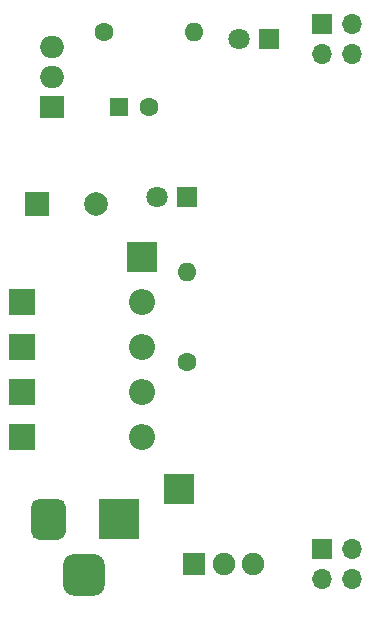
<source format=gbr>
%TF.GenerationSoftware,KiCad,Pcbnew,(5.1.10)-1*%
%TF.CreationDate,2021-09-08T17:33:34-04:00*%
%TF.ProjectId,BreadboardPowerSupplyLee,42726561-6462-46f6-9172-64506f776572,0.0.1*%
%TF.SameCoordinates,Original*%
%TF.FileFunction,Soldermask,Top*%
%TF.FilePolarity,Negative*%
%FSLAX46Y46*%
G04 Gerber Fmt 4.6, Leading zero omitted, Abs format (unit mm)*
G04 Created by KiCad (PCBNEW (5.1.10)-1) date 2021-09-08 17:33:34*
%MOMM*%
%LPD*%
G01*
G04 APERTURE LIST*
%ADD10C,2.000000*%
%ADD11R,2.000000X2.000000*%
%ADD12C,1.600000*%
%ADD13R,1.600000X1.600000*%
%ADD14O,2.200000X2.200000*%
%ADD15R,2.200000X2.200000*%
%ADD16C,1.800000*%
%ADD17R,1.800000X1.800000*%
%ADD18R,3.500000X3.500000*%
%ADD19O,1.700000X1.700000*%
%ADD20R,1.700000X1.700000*%
%ADD21O,1.600000X1.600000*%
%ADD22C,1.900000*%
%ADD23R,1.900000X1.900000*%
%ADD24O,2.000000X1.905000*%
%ADD25R,2.000000X1.905000*%
%ADD26R,2.500000X2.500000*%
G04 APERTURE END LIST*
D10*
%TO.C,C1*%
X141525000Y-106045000D03*
D11*
X136525000Y-106045000D03*
%TD*%
D12*
%TO.C,C2*%
X146010000Y-97790000D03*
D13*
X143510000Y-97790000D03*
%TD*%
D14*
%TO.C,D1*%
X145415000Y-125730000D03*
D15*
X135255000Y-125730000D03*
%TD*%
D14*
%TO.C,D2*%
X145415000Y-121920000D03*
D15*
X135255000Y-121920000D03*
%TD*%
D14*
%TO.C,D3*%
X145415000Y-118110000D03*
D15*
X135255000Y-118110000D03*
%TD*%
D14*
%TO.C,D4*%
X145415000Y-114300000D03*
D15*
X135255000Y-114300000D03*
%TD*%
D16*
%TO.C,D5*%
X146685000Y-105410000D03*
D17*
X149225000Y-105410000D03*
%TD*%
D16*
%TO.C,D6*%
X153670000Y-92075000D03*
D17*
X156210000Y-92075000D03*
%TD*%
%TO.C,J1*%
G36*
G01*
X138760000Y-138290000D02*
X138760000Y-136540000D01*
G75*
G02*
X139635000Y-135665000I875000J0D01*
G01*
X141385000Y-135665000D01*
G75*
G02*
X142260000Y-136540000I0J-875000D01*
G01*
X142260000Y-138290000D01*
G75*
G02*
X141385000Y-139165000I-875000J0D01*
G01*
X139635000Y-139165000D01*
G75*
G02*
X138760000Y-138290000I0J875000D01*
G01*
G37*
G36*
G01*
X136010000Y-133715000D02*
X136010000Y-131715000D01*
G75*
G02*
X136760000Y-130965000I750000J0D01*
G01*
X138260000Y-130965000D01*
G75*
G02*
X139010000Y-131715000I0J-750000D01*
G01*
X139010000Y-133715000D01*
G75*
G02*
X138260000Y-134465000I-750000J0D01*
G01*
X136760000Y-134465000D01*
G75*
G02*
X136010000Y-133715000I0J750000D01*
G01*
G37*
D18*
X143510000Y-132715000D03*
%TD*%
D19*
%TO.C,J2*%
X163195000Y-93345000D03*
X160655000Y-93345000D03*
X163195000Y-90805000D03*
D20*
X160655000Y-90805000D03*
%TD*%
D19*
%TO.C,J3*%
X163195000Y-137795000D03*
X160655000Y-137795000D03*
X163195000Y-135255000D03*
D20*
X160655000Y-135255000D03*
%TD*%
D21*
%TO.C,R1*%
X149225000Y-111760000D03*
D12*
X149225000Y-119380000D03*
%TD*%
D21*
%TO.C,R2*%
X149860000Y-91440000D03*
D12*
X142240000Y-91440000D03*
%TD*%
D22*
%TO.C,SW1*%
X154860000Y-136525000D03*
X152360000Y-136525000D03*
D23*
X149860000Y-136525000D03*
%TD*%
D24*
%TO.C,U1*%
X137795000Y-92710000D03*
X137795000Y-95250000D03*
D25*
X137795000Y-97790000D03*
%TD*%
D26*
%TO.C,GND1*%
X148590000Y-130175000D03*
%TD*%
%TO.C,Vcc1*%
X145415000Y-110490000D03*
%TD*%
M02*

</source>
